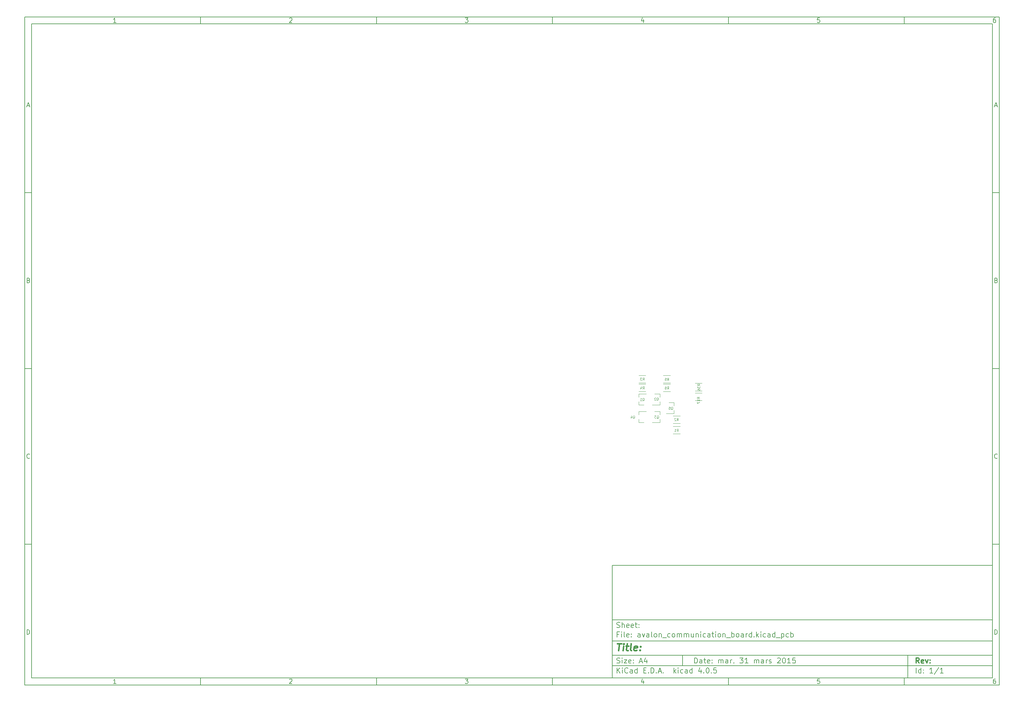
<source format=gbo>
G04 #@! TF.FileFunction,Legend,Bot*
%FSLAX46Y46*%
G04 Gerber Fmt 4.6, Leading zero omitted, Abs format (unit mm)*
G04 Created by KiCad (PCBNEW 4.0.5) date 03/17/18 11:36:00*
%MOMM*%
%LPD*%
G01*
G04 APERTURE LIST*
%ADD10C,0.100000*%
%ADD11C,0.150000*%
%ADD12C,0.300000*%
%ADD13C,0.400000*%
%ADD14C,0.120000*%
G04 APERTURE END LIST*
D10*
D11*
X177002200Y-166007200D02*
X177002200Y-198007200D01*
X285002200Y-198007200D01*
X285002200Y-166007200D01*
X177002200Y-166007200D01*
D10*
D11*
X10000000Y-10000000D02*
X10000000Y-200007200D01*
X287002200Y-200007200D01*
X287002200Y-10000000D01*
X10000000Y-10000000D01*
D10*
D11*
X12000000Y-12000000D02*
X12000000Y-198007200D01*
X285002200Y-198007200D01*
X285002200Y-12000000D01*
X12000000Y-12000000D01*
D10*
D11*
X60000000Y-12000000D02*
X60000000Y-10000000D01*
D10*
D11*
X110000000Y-12000000D02*
X110000000Y-10000000D01*
D10*
D11*
X160000000Y-12000000D02*
X160000000Y-10000000D01*
D10*
D11*
X210000000Y-12000000D02*
X210000000Y-10000000D01*
D10*
D11*
X260000000Y-12000000D02*
X260000000Y-10000000D01*
D10*
D11*
X35990476Y-11588095D02*
X35247619Y-11588095D01*
X35619048Y-11588095D02*
X35619048Y-10288095D01*
X35495238Y-10473810D01*
X35371429Y-10597619D01*
X35247619Y-10659524D01*
D10*
D11*
X85247619Y-10411905D02*
X85309524Y-10350000D01*
X85433333Y-10288095D01*
X85742857Y-10288095D01*
X85866667Y-10350000D01*
X85928571Y-10411905D01*
X85990476Y-10535714D01*
X85990476Y-10659524D01*
X85928571Y-10845238D01*
X85185714Y-11588095D01*
X85990476Y-11588095D01*
D10*
D11*
X135185714Y-10288095D02*
X135990476Y-10288095D01*
X135557143Y-10783333D01*
X135742857Y-10783333D01*
X135866667Y-10845238D01*
X135928571Y-10907143D01*
X135990476Y-11030952D01*
X135990476Y-11340476D01*
X135928571Y-11464286D01*
X135866667Y-11526190D01*
X135742857Y-11588095D01*
X135371429Y-11588095D01*
X135247619Y-11526190D01*
X135185714Y-11464286D01*
D10*
D11*
X185866667Y-10721429D02*
X185866667Y-11588095D01*
X185557143Y-10226190D02*
X185247619Y-11154762D01*
X186052381Y-11154762D01*
D10*
D11*
X235928571Y-10288095D02*
X235309524Y-10288095D01*
X235247619Y-10907143D01*
X235309524Y-10845238D01*
X235433333Y-10783333D01*
X235742857Y-10783333D01*
X235866667Y-10845238D01*
X235928571Y-10907143D01*
X235990476Y-11030952D01*
X235990476Y-11340476D01*
X235928571Y-11464286D01*
X235866667Y-11526190D01*
X235742857Y-11588095D01*
X235433333Y-11588095D01*
X235309524Y-11526190D01*
X235247619Y-11464286D01*
D10*
D11*
X285866667Y-10288095D02*
X285619048Y-10288095D01*
X285495238Y-10350000D01*
X285433333Y-10411905D01*
X285309524Y-10597619D01*
X285247619Y-10845238D01*
X285247619Y-11340476D01*
X285309524Y-11464286D01*
X285371429Y-11526190D01*
X285495238Y-11588095D01*
X285742857Y-11588095D01*
X285866667Y-11526190D01*
X285928571Y-11464286D01*
X285990476Y-11340476D01*
X285990476Y-11030952D01*
X285928571Y-10907143D01*
X285866667Y-10845238D01*
X285742857Y-10783333D01*
X285495238Y-10783333D01*
X285371429Y-10845238D01*
X285309524Y-10907143D01*
X285247619Y-11030952D01*
D10*
D11*
X60000000Y-198007200D02*
X60000000Y-200007200D01*
D10*
D11*
X110000000Y-198007200D02*
X110000000Y-200007200D01*
D10*
D11*
X160000000Y-198007200D02*
X160000000Y-200007200D01*
D10*
D11*
X210000000Y-198007200D02*
X210000000Y-200007200D01*
D10*
D11*
X260000000Y-198007200D02*
X260000000Y-200007200D01*
D10*
D11*
X35990476Y-199595295D02*
X35247619Y-199595295D01*
X35619048Y-199595295D02*
X35619048Y-198295295D01*
X35495238Y-198481010D01*
X35371429Y-198604819D01*
X35247619Y-198666724D01*
D10*
D11*
X85247619Y-198419105D02*
X85309524Y-198357200D01*
X85433333Y-198295295D01*
X85742857Y-198295295D01*
X85866667Y-198357200D01*
X85928571Y-198419105D01*
X85990476Y-198542914D01*
X85990476Y-198666724D01*
X85928571Y-198852438D01*
X85185714Y-199595295D01*
X85990476Y-199595295D01*
D10*
D11*
X135185714Y-198295295D02*
X135990476Y-198295295D01*
X135557143Y-198790533D01*
X135742857Y-198790533D01*
X135866667Y-198852438D01*
X135928571Y-198914343D01*
X135990476Y-199038152D01*
X135990476Y-199347676D01*
X135928571Y-199471486D01*
X135866667Y-199533390D01*
X135742857Y-199595295D01*
X135371429Y-199595295D01*
X135247619Y-199533390D01*
X135185714Y-199471486D01*
D10*
D11*
X185866667Y-198728629D02*
X185866667Y-199595295D01*
X185557143Y-198233390D02*
X185247619Y-199161962D01*
X186052381Y-199161962D01*
D10*
D11*
X235928571Y-198295295D02*
X235309524Y-198295295D01*
X235247619Y-198914343D01*
X235309524Y-198852438D01*
X235433333Y-198790533D01*
X235742857Y-198790533D01*
X235866667Y-198852438D01*
X235928571Y-198914343D01*
X235990476Y-199038152D01*
X235990476Y-199347676D01*
X235928571Y-199471486D01*
X235866667Y-199533390D01*
X235742857Y-199595295D01*
X235433333Y-199595295D01*
X235309524Y-199533390D01*
X235247619Y-199471486D01*
D10*
D11*
X285866667Y-198295295D02*
X285619048Y-198295295D01*
X285495238Y-198357200D01*
X285433333Y-198419105D01*
X285309524Y-198604819D01*
X285247619Y-198852438D01*
X285247619Y-199347676D01*
X285309524Y-199471486D01*
X285371429Y-199533390D01*
X285495238Y-199595295D01*
X285742857Y-199595295D01*
X285866667Y-199533390D01*
X285928571Y-199471486D01*
X285990476Y-199347676D01*
X285990476Y-199038152D01*
X285928571Y-198914343D01*
X285866667Y-198852438D01*
X285742857Y-198790533D01*
X285495238Y-198790533D01*
X285371429Y-198852438D01*
X285309524Y-198914343D01*
X285247619Y-199038152D01*
D10*
D11*
X10000000Y-60000000D02*
X12000000Y-60000000D01*
D10*
D11*
X10000000Y-110000000D02*
X12000000Y-110000000D01*
D10*
D11*
X10000000Y-160000000D02*
X12000000Y-160000000D01*
D10*
D11*
X10690476Y-35216667D02*
X11309524Y-35216667D01*
X10566667Y-35588095D02*
X11000000Y-34288095D01*
X11433333Y-35588095D01*
D10*
D11*
X11092857Y-84907143D02*
X11278571Y-84969048D01*
X11340476Y-85030952D01*
X11402381Y-85154762D01*
X11402381Y-85340476D01*
X11340476Y-85464286D01*
X11278571Y-85526190D01*
X11154762Y-85588095D01*
X10659524Y-85588095D01*
X10659524Y-84288095D01*
X11092857Y-84288095D01*
X11216667Y-84350000D01*
X11278571Y-84411905D01*
X11340476Y-84535714D01*
X11340476Y-84659524D01*
X11278571Y-84783333D01*
X11216667Y-84845238D01*
X11092857Y-84907143D01*
X10659524Y-84907143D01*
D10*
D11*
X11402381Y-135464286D02*
X11340476Y-135526190D01*
X11154762Y-135588095D01*
X11030952Y-135588095D01*
X10845238Y-135526190D01*
X10721429Y-135402381D01*
X10659524Y-135278571D01*
X10597619Y-135030952D01*
X10597619Y-134845238D01*
X10659524Y-134597619D01*
X10721429Y-134473810D01*
X10845238Y-134350000D01*
X11030952Y-134288095D01*
X11154762Y-134288095D01*
X11340476Y-134350000D01*
X11402381Y-134411905D01*
D10*
D11*
X10659524Y-185588095D02*
X10659524Y-184288095D01*
X10969048Y-184288095D01*
X11154762Y-184350000D01*
X11278571Y-184473810D01*
X11340476Y-184597619D01*
X11402381Y-184845238D01*
X11402381Y-185030952D01*
X11340476Y-185278571D01*
X11278571Y-185402381D01*
X11154762Y-185526190D01*
X10969048Y-185588095D01*
X10659524Y-185588095D01*
D10*
D11*
X287002200Y-60000000D02*
X285002200Y-60000000D01*
D10*
D11*
X287002200Y-110000000D02*
X285002200Y-110000000D01*
D10*
D11*
X287002200Y-160000000D02*
X285002200Y-160000000D01*
D10*
D11*
X285692676Y-35216667D02*
X286311724Y-35216667D01*
X285568867Y-35588095D02*
X286002200Y-34288095D01*
X286435533Y-35588095D01*
D10*
D11*
X286095057Y-84907143D02*
X286280771Y-84969048D01*
X286342676Y-85030952D01*
X286404581Y-85154762D01*
X286404581Y-85340476D01*
X286342676Y-85464286D01*
X286280771Y-85526190D01*
X286156962Y-85588095D01*
X285661724Y-85588095D01*
X285661724Y-84288095D01*
X286095057Y-84288095D01*
X286218867Y-84350000D01*
X286280771Y-84411905D01*
X286342676Y-84535714D01*
X286342676Y-84659524D01*
X286280771Y-84783333D01*
X286218867Y-84845238D01*
X286095057Y-84907143D01*
X285661724Y-84907143D01*
D10*
D11*
X286404581Y-135464286D02*
X286342676Y-135526190D01*
X286156962Y-135588095D01*
X286033152Y-135588095D01*
X285847438Y-135526190D01*
X285723629Y-135402381D01*
X285661724Y-135278571D01*
X285599819Y-135030952D01*
X285599819Y-134845238D01*
X285661724Y-134597619D01*
X285723629Y-134473810D01*
X285847438Y-134350000D01*
X286033152Y-134288095D01*
X286156962Y-134288095D01*
X286342676Y-134350000D01*
X286404581Y-134411905D01*
D10*
D11*
X285661724Y-185588095D02*
X285661724Y-184288095D01*
X285971248Y-184288095D01*
X286156962Y-184350000D01*
X286280771Y-184473810D01*
X286342676Y-184597619D01*
X286404581Y-184845238D01*
X286404581Y-185030952D01*
X286342676Y-185278571D01*
X286280771Y-185402381D01*
X286156962Y-185526190D01*
X285971248Y-185588095D01*
X285661724Y-185588095D01*
D10*
D11*
X200359343Y-193785771D02*
X200359343Y-192285771D01*
X200716486Y-192285771D01*
X200930771Y-192357200D01*
X201073629Y-192500057D01*
X201145057Y-192642914D01*
X201216486Y-192928629D01*
X201216486Y-193142914D01*
X201145057Y-193428629D01*
X201073629Y-193571486D01*
X200930771Y-193714343D01*
X200716486Y-193785771D01*
X200359343Y-193785771D01*
X202502200Y-193785771D02*
X202502200Y-193000057D01*
X202430771Y-192857200D01*
X202287914Y-192785771D01*
X202002200Y-192785771D01*
X201859343Y-192857200D01*
X202502200Y-193714343D02*
X202359343Y-193785771D01*
X202002200Y-193785771D01*
X201859343Y-193714343D01*
X201787914Y-193571486D01*
X201787914Y-193428629D01*
X201859343Y-193285771D01*
X202002200Y-193214343D01*
X202359343Y-193214343D01*
X202502200Y-193142914D01*
X203002200Y-192785771D02*
X203573629Y-192785771D01*
X203216486Y-192285771D02*
X203216486Y-193571486D01*
X203287914Y-193714343D01*
X203430772Y-193785771D01*
X203573629Y-193785771D01*
X204645057Y-193714343D02*
X204502200Y-193785771D01*
X204216486Y-193785771D01*
X204073629Y-193714343D01*
X204002200Y-193571486D01*
X204002200Y-193000057D01*
X204073629Y-192857200D01*
X204216486Y-192785771D01*
X204502200Y-192785771D01*
X204645057Y-192857200D01*
X204716486Y-193000057D01*
X204716486Y-193142914D01*
X204002200Y-193285771D01*
X205359343Y-193642914D02*
X205430771Y-193714343D01*
X205359343Y-193785771D01*
X205287914Y-193714343D01*
X205359343Y-193642914D01*
X205359343Y-193785771D01*
X205359343Y-192857200D02*
X205430771Y-192928629D01*
X205359343Y-193000057D01*
X205287914Y-192928629D01*
X205359343Y-192857200D01*
X205359343Y-193000057D01*
X207216486Y-193785771D02*
X207216486Y-192785771D01*
X207216486Y-192928629D02*
X207287914Y-192857200D01*
X207430772Y-192785771D01*
X207645057Y-192785771D01*
X207787914Y-192857200D01*
X207859343Y-193000057D01*
X207859343Y-193785771D01*
X207859343Y-193000057D02*
X207930772Y-192857200D01*
X208073629Y-192785771D01*
X208287914Y-192785771D01*
X208430772Y-192857200D01*
X208502200Y-193000057D01*
X208502200Y-193785771D01*
X209859343Y-193785771D02*
X209859343Y-193000057D01*
X209787914Y-192857200D01*
X209645057Y-192785771D01*
X209359343Y-192785771D01*
X209216486Y-192857200D01*
X209859343Y-193714343D02*
X209716486Y-193785771D01*
X209359343Y-193785771D01*
X209216486Y-193714343D01*
X209145057Y-193571486D01*
X209145057Y-193428629D01*
X209216486Y-193285771D01*
X209359343Y-193214343D01*
X209716486Y-193214343D01*
X209859343Y-193142914D01*
X210573629Y-193785771D02*
X210573629Y-192785771D01*
X210573629Y-193071486D02*
X210645057Y-192928629D01*
X210716486Y-192857200D01*
X210859343Y-192785771D01*
X211002200Y-192785771D01*
X211502200Y-193642914D02*
X211573628Y-193714343D01*
X211502200Y-193785771D01*
X211430771Y-193714343D01*
X211502200Y-193642914D01*
X211502200Y-193785771D01*
X213216486Y-192285771D02*
X214145057Y-192285771D01*
X213645057Y-192857200D01*
X213859343Y-192857200D01*
X214002200Y-192928629D01*
X214073629Y-193000057D01*
X214145057Y-193142914D01*
X214145057Y-193500057D01*
X214073629Y-193642914D01*
X214002200Y-193714343D01*
X213859343Y-193785771D01*
X213430771Y-193785771D01*
X213287914Y-193714343D01*
X213216486Y-193642914D01*
X215573628Y-193785771D02*
X214716485Y-193785771D01*
X215145057Y-193785771D02*
X215145057Y-192285771D01*
X215002200Y-192500057D01*
X214859342Y-192642914D01*
X214716485Y-192714343D01*
X217359342Y-193785771D02*
X217359342Y-192785771D01*
X217359342Y-192928629D02*
X217430770Y-192857200D01*
X217573628Y-192785771D01*
X217787913Y-192785771D01*
X217930770Y-192857200D01*
X218002199Y-193000057D01*
X218002199Y-193785771D01*
X218002199Y-193000057D02*
X218073628Y-192857200D01*
X218216485Y-192785771D01*
X218430770Y-192785771D01*
X218573628Y-192857200D01*
X218645056Y-193000057D01*
X218645056Y-193785771D01*
X220002199Y-193785771D02*
X220002199Y-193000057D01*
X219930770Y-192857200D01*
X219787913Y-192785771D01*
X219502199Y-192785771D01*
X219359342Y-192857200D01*
X220002199Y-193714343D02*
X219859342Y-193785771D01*
X219502199Y-193785771D01*
X219359342Y-193714343D01*
X219287913Y-193571486D01*
X219287913Y-193428629D01*
X219359342Y-193285771D01*
X219502199Y-193214343D01*
X219859342Y-193214343D01*
X220002199Y-193142914D01*
X220716485Y-193785771D02*
X220716485Y-192785771D01*
X220716485Y-193071486D02*
X220787913Y-192928629D01*
X220859342Y-192857200D01*
X221002199Y-192785771D01*
X221145056Y-192785771D01*
X221573627Y-193714343D02*
X221716484Y-193785771D01*
X222002199Y-193785771D01*
X222145056Y-193714343D01*
X222216484Y-193571486D01*
X222216484Y-193500057D01*
X222145056Y-193357200D01*
X222002199Y-193285771D01*
X221787913Y-193285771D01*
X221645056Y-193214343D01*
X221573627Y-193071486D01*
X221573627Y-193000057D01*
X221645056Y-192857200D01*
X221787913Y-192785771D01*
X222002199Y-192785771D01*
X222145056Y-192857200D01*
X223930770Y-192428629D02*
X224002199Y-192357200D01*
X224145056Y-192285771D01*
X224502199Y-192285771D01*
X224645056Y-192357200D01*
X224716485Y-192428629D01*
X224787913Y-192571486D01*
X224787913Y-192714343D01*
X224716485Y-192928629D01*
X223859342Y-193785771D01*
X224787913Y-193785771D01*
X225716484Y-192285771D02*
X225859341Y-192285771D01*
X226002198Y-192357200D01*
X226073627Y-192428629D01*
X226145056Y-192571486D01*
X226216484Y-192857200D01*
X226216484Y-193214343D01*
X226145056Y-193500057D01*
X226073627Y-193642914D01*
X226002198Y-193714343D01*
X225859341Y-193785771D01*
X225716484Y-193785771D01*
X225573627Y-193714343D01*
X225502198Y-193642914D01*
X225430770Y-193500057D01*
X225359341Y-193214343D01*
X225359341Y-192857200D01*
X225430770Y-192571486D01*
X225502198Y-192428629D01*
X225573627Y-192357200D01*
X225716484Y-192285771D01*
X227645055Y-193785771D02*
X226787912Y-193785771D01*
X227216484Y-193785771D02*
X227216484Y-192285771D01*
X227073627Y-192500057D01*
X226930769Y-192642914D01*
X226787912Y-192714343D01*
X229002198Y-192285771D02*
X228287912Y-192285771D01*
X228216483Y-193000057D01*
X228287912Y-192928629D01*
X228430769Y-192857200D01*
X228787912Y-192857200D01*
X228930769Y-192928629D01*
X229002198Y-193000057D01*
X229073626Y-193142914D01*
X229073626Y-193500057D01*
X229002198Y-193642914D01*
X228930769Y-193714343D01*
X228787912Y-193785771D01*
X228430769Y-193785771D01*
X228287912Y-193714343D01*
X228216483Y-193642914D01*
D10*
D11*
X177002200Y-194507200D02*
X285002200Y-194507200D01*
D10*
D11*
X178359343Y-196585771D02*
X178359343Y-195085771D01*
X179216486Y-196585771D02*
X178573629Y-195728629D01*
X179216486Y-195085771D02*
X178359343Y-195942914D01*
X179859343Y-196585771D02*
X179859343Y-195585771D01*
X179859343Y-195085771D02*
X179787914Y-195157200D01*
X179859343Y-195228629D01*
X179930771Y-195157200D01*
X179859343Y-195085771D01*
X179859343Y-195228629D01*
X181430772Y-196442914D02*
X181359343Y-196514343D01*
X181145057Y-196585771D01*
X181002200Y-196585771D01*
X180787915Y-196514343D01*
X180645057Y-196371486D01*
X180573629Y-196228629D01*
X180502200Y-195942914D01*
X180502200Y-195728629D01*
X180573629Y-195442914D01*
X180645057Y-195300057D01*
X180787915Y-195157200D01*
X181002200Y-195085771D01*
X181145057Y-195085771D01*
X181359343Y-195157200D01*
X181430772Y-195228629D01*
X182716486Y-196585771D02*
X182716486Y-195800057D01*
X182645057Y-195657200D01*
X182502200Y-195585771D01*
X182216486Y-195585771D01*
X182073629Y-195657200D01*
X182716486Y-196514343D02*
X182573629Y-196585771D01*
X182216486Y-196585771D01*
X182073629Y-196514343D01*
X182002200Y-196371486D01*
X182002200Y-196228629D01*
X182073629Y-196085771D01*
X182216486Y-196014343D01*
X182573629Y-196014343D01*
X182716486Y-195942914D01*
X184073629Y-196585771D02*
X184073629Y-195085771D01*
X184073629Y-196514343D02*
X183930772Y-196585771D01*
X183645058Y-196585771D01*
X183502200Y-196514343D01*
X183430772Y-196442914D01*
X183359343Y-196300057D01*
X183359343Y-195871486D01*
X183430772Y-195728629D01*
X183502200Y-195657200D01*
X183645058Y-195585771D01*
X183930772Y-195585771D01*
X184073629Y-195657200D01*
X185930772Y-195800057D02*
X186430772Y-195800057D01*
X186645058Y-196585771D02*
X185930772Y-196585771D01*
X185930772Y-195085771D01*
X186645058Y-195085771D01*
X187287915Y-196442914D02*
X187359343Y-196514343D01*
X187287915Y-196585771D01*
X187216486Y-196514343D01*
X187287915Y-196442914D01*
X187287915Y-196585771D01*
X188002201Y-196585771D02*
X188002201Y-195085771D01*
X188359344Y-195085771D01*
X188573629Y-195157200D01*
X188716487Y-195300057D01*
X188787915Y-195442914D01*
X188859344Y-195728629D01*
X188859344Y-195942914D01*
X188787915Y-196228629D01*
X188716487Y-196371486D01*
X188573629Y-196514343D01*
X188359344Y-196585771D01*
X188002201Y-196585771D01*
X189502201Y-196442914D02*
X189573629Y-196514343D01*
X189502201Y-196585771D01*
X189430772Y-196514343D01*
X189502201Y-196442914D01*
X189502201Y-196585771D01*
X190145058Y-196157200D02*
X190859344Y-196157200D01*
X190002201Y-196585771D02*
X190502201Y-195085771D01*
X191002201Y-196585771D01*
X191502201Y-196442914D02*
X191573629Y-196514343D01*
X191502201Y-196585771D01*
X191430772Y-196514343D01*
X191502201Y-196442914D01*
X191502201Y-196585771D01*
X194502201Y-196585771D02*
X194502201Y-195085771D01*
X194645058Y-196014343D02*
X195073629Y-196585771D01*
X195073629Y-195585771D02*
X194502201Y-196157200D01*
X195716487Y-196585771D02*
X195716487Y-195585771D01*
X195716487Y-195085771D02*
X195645058Y-195157200D01*
X195716487Y-195228629D01*
X195787915Y-195157200D01*
X195716487Y-195085771D01*
X195716487Y-195228629D01*
X197073630Y-196514343D02*
X196930773Y-196585771D01*
X196645059Y-196585771D01*
X196502201Y-196514343D01*
X196430773Y-196442914D01*
X196359344Y-196300057D01*
X196359344Y-195871486D01*
X196430773Y-195728629D01*
X196502201Y-195657200D01*
X196645059Y-195585771D01*
X196930773Y-195585771D01*
X197073630Y-195657200D01*
X198359344Y-196585771D02*
X198359344Y-195800057D01*
X198287915Y-195657200D01*
X198145058Y-195585771D01*
X197859344Y-195585771D01*
X197716487Y-195657200D01*
X198359344Y-196514343D02*
X198216487Y-196585771D01*
X197859344Y-196585771D01*
X197716487Y-196514343D01*
X197645058Y-196371486D01*
X197645058Y-196228629D01*
X197716487Y-196085771D01*
X197859344Y-196014343D01*
X198216487Y-196014343D01*
X198359344Y-195942914D01*
X199716487Y-196585771D02*
X199716487Y-195085771D01*
X199716487Y-196514343D02*
X199573630Y-196585771D01*
X199287916Y-196585771D01*
X199145058Y-196514343D01*
X199073630Y-196442914D01*
X199002201Y-196300057D01*
X199002201Y-195871486D01*
X199073630Y-195728629D01*
X199145058Y-195657200D01*
X199287916Y-195585771D01*
X199573630Y-195585771D01*
X199716487Y-195657200D01*
X202216487Y-195585771D02*
X202216487Y-196585771D01*
X201859344Y-195014343D02*
X201502201Y-196085771D01*
X202430773Y-196085771D01*
X203002201Y-196442914D02*
X203073629Y-196514343D01*
X203002201Y-196585771D01*
X202930772Y-196514343D01*
X203002201Y-196442914D01*
X203002201Y-196585771D01*
X204002201Y-195085771D02*
X204145058Y-195085771D01*
X204287915Y-195157200D01*
X204359344Y-195228629D01*
X204430773Y-195371486D01*
X204502201Y-195657200D01*
X204502201Y-196014343D01*
X204430773Y-196300057D01*
X204359344Y-196442914D01*
X204287915Y-196514343D01*
X204145058Y-196585771D01*
X204002201Y-196585771D01*
X203859344Y-196514343D01*
X203787915Y-196442914D01*
X203716487Y-196300057D01*
X203645058Y-196014343D01*
X203645058Y-195657200D01*
X203716487Y-195371486D01*
X203787915Y-195228629D01*
X203859344Y-195157200D01*
X204002201Y-195085771D01*
X205145058Y-196442914D02*
X205216486Y-196514343D01*
X205145058Y-196585771D01*
X205073629Y-196514343D01*
X205145058Y-196442914D01*
X205145058Y-196585771D01*
X206573630Y-195085771D02*
X205859344Y-195085771D01*
X205787915Y-195800057D01*
X205859344Y-195728629D01*
X206002201Y-195657200D01*
X206359344Y-195657200D01*
X206502201Y-195728629D01*
X206573630Y-195800057D01*
X206645058Y-195942914D01*
X206645058Y-196300057D01*
X206573630Y-196442914D01*
X206502201Y-196514343D01*
X206359344Y-196585771D01*
X206002201Y-196585771D01*
X205859344Y-196514343D01*
X205787915Y-196442914D01*
D10*
D11*
X177002200Y-191507200D02*
X285002200Y-191507200D01*
D10*
D12*
X264216486Y-193785771D02*
X263716486Y-193071486D01*
X263359343Y-193785771D02*
X263359343Y-192285771D01*
X263930771Y-192285771D01*
X264073629Y-192357200D01*
X264145057Y-192428629D01*
X264216486Y-192571486D01*
X264216486Y-192785771D01*
X264145057Y-192928629D01*
X264073629Y-193000057D01*
X263930771Y-193071486D01*
X263359343Y-193071486D01*
X265430771Y-193714343D02*
X265287914Y-193785771D01*
X265002200Y-193785771D01*
X264859343Y-193714343D01*
X264787914Y-193571486D01*
X264787914Y-193000057D01*
X264859343Y-192857200D01*
X265002200Y-192785771D01*
X265287914Y-192785771D01*
X265430771Y-192857200D01*
X265502200Y-193000057D01*
X265502200Y-193142914D01*
X264787914Y-193285771D01*
X266002200Y-192785771D02*
X266359343Y-193785771D01*
X266716485Y-192785771D01*
X267287914Y-193642914D02*
X267359342Y-193714343D01*
X267287914Y-193785771D01*
X267216485Y-193714343D01*
X267287914Y-193642914D01*
X267287914Y-193785771D01*
X267287914Y-192857200D02*
X267359342Y-192928629D01*
X267287914Y-193000057D01*
X267216485Y-192928629D01*
X267287914Y-192857200D01*
X267287914Y-193000057D01*
D10*
D11*
X178287914Y-193714343D02*
X178502200Y-193785771D01*
X178859343Y-193785771D01*
X179002200Y-193714343D01*
X179073629Y-193642914D01*
X179145057Y-193500057D01*
X179145057Y-193357200D01*
X179073629Y-193214343D01*
X179002200Y-193142914D01*
X178859343Y-193071486D01*
X178573629Y-193000057D01*
X178430771Y-192928629D01*
X178359343Y-192857200D01*
X178287914Y-192714343D01*
X178287914Y-192571486D01*
X178359343Y-192428629D01*
X178430771Y-192357200D01*
X178573629Y-192285771D01*
X178930771Y-192285771D01*
X179145057Y-192357200D01*
X179787914Y-193785771D02*
X179787914Y-192785771D01*
X179787914Y-192285771D02*
X179716485Y-192357200D01*
X179787914Y-192428629D01*
X179859342Y-192357200D01*
X179787914Y-192285771D01*
X179787914Y-192428629D01*
X180359343Y-192785771D02*
X181145057Y-192785771D01*
X180359343Y-193785771D01*
X181145057Y-193785771D01*
X182287914Y-193714343D02*
X182145057Y-193785771D01*
X181859343Y-193785771D01*
X181716486Y-193714343D01*
X181645057Y-193571486D01*
X181645057Y-193000057D01*
X181716486Y-192857200D01*
X181859343Y-192785771D01*
X182145057Y-192785771D01*
X182287914Y-192857200D01*
X182359343Y-193000057D01*
X182359343Y-193142914D01*
X181645057Y-193285771D01*
X183002200Y-193642914D02*
X183073628Y-193714343D01*
X183002200Y-193785771D01*
X182930771Y-193714343D01*
X183002200Y-193642914D01*
X183002200Y-193785771D01*
X183002200Y-192857200D02*
X183073628Y-192928629D01*
X183002200Y-193000057D01*
X182930771Y-192928629D01*
X183002200Y-192857200D01*
X183002200Y-193000057D01*
X184787914Y-193357200D02*
X185502200Y-193357200D01*
X184645057Y-193785771D02*
X185145057Y-192285771D01*
X185645057Y-193785771D01*
X186787914Y-192785771D02*
X186787914Y-193785771D01*
X186430771Y-192214343D02*
X186073628Y-193285771D01*
X187002200Y-193285771D01*
D10*
D11*
X263359343Y-196585771D02*
X263359343Y-195085771D01*
X264716486Y-196585771D02*
X264716486Y-195085771D01*
X264716486Y-196514343D02*
X264573629Y-196585771D01*
X264287915Y-196585771D01*
X264145057Y-196514343D01*
X264073629Y-196442914D01*
X264002200Y-196300057D01*
X264002200Y-195871486D01*
X264073629Y-195728629D01*
X264145057Y-195657200D01*
X264287915Y-195585771D01*
X264573629Y-195585771D01*
X264716486Y-195657200D01*
X265430772Y-196442914D02*
X265502200Y-196514343D01*
X265430772Y-196585771D01*
X265359343Y-196514343D01*
X265430772Y-196442914D01*
X265430772Y-196585771D01*
X265430772Y-195657200D02*
X265502200Y-195728629D01*
X265430772Y-195800057D01*
X265359343Y-195728629D01*
X265430772Y-195657200D01*
X265430772Y-195800057D01*
X268073629Y-196585771D02*
X267216486Y-196585771D01*
X267645058Y-196585771D02*
X267645058Y-195085771D01*
X267502201Y-195300057D01*
X267359343Y-195442914D01*
X267216486Y-195514343D01*
X269787914Y-195014343D02*
X268502200Y-196942914D01*
X271073629Y-196585771D02*
X270216486Y-196585771D01*
X270645058Y-196585771D02*
X270645058Y-195085771D01*
X270502201Y-195300057D01*
X270359343Y-195442914D01*
X270216486Y-195514343D01*
D10*
D11*
X177002200Y-187507200D02*
X285002200Y-187507200D01*
D10*
D13*
X178454581Y-188211962D02*
X179597438Y-188211962D01*
X178776010Y-190211962D02*
X179026010Y-188211962D01*
X180014105Y-190211962D02*
X180180771Y-188878629D01*
X180264105Y-188211962D02*
X180156962Y-188307200D01*
X180240295Y-188402438D01*
X180347439Y-188307200D01*
X180264105Y-188211962D01*
X180240295Y-188402438D01*
X180847438Y-188878629D02*
X181609343Y-188878629D01*
X181216486Y-188211962D02*
X181002200Y-189926248D01*
X181073630Y-190116724D01*
X181252201Y-190211962D01*
X181442677Y-190211962D01*
X182395058Y-190211962D02*
X182216487Y-190116724D01*
X182145057Y-189926248D01*
X182359343Y-188211962D01*
X183930772Y-190116724D02*
X183728391Y-190211962D01*
X183347439Y-190211962D01*
X183168867Y-190116724D01*
X183097438Y-189926248D01*
X183192676Y-189164343D01*
X183311724Y-188973867D01*
X183514105Y-188878629D01*
X183895057Y-188878629D01*
X184073629Y-188973867D01*
X184145057Y-189164343D01*
X184121248Y-189354819D01*
X183145057Y-189545295D01*
X184895057Y-190021486D02*
X184978392Y-190116724D01*
X184871248Y-190211962D01*
X184787915Y-190116724D01*
X184895057Y-190021486D01*
X184871248Y-190211962D01*
X185026010Y-188973867D02*
X185109344Y-189069105D01*
X185002200Y-189164343D01*
X184918867Y-189069105D01*
X185026010Y-188973867D01*
X185002200Y-189164343D01*
D10*
D11*
X178859343Y-185600057D02*
X178359343Y-185600057D01*
X178359343Y-186385771D02*
X178359343Y-184885771D01*
X179073629Y-184885771D01*
X179645057Y-186385771D02*
X179645057Y-185385771D01*
X179645057Y-184885771D02*
X179573628Y-184957200D01*
X179645057Y-185028629D01*
X179716485Y-184957200D01*
X179645057Y-184885771D01*
X179645057Y-185028629D01*
X180573629Y-186385771D02*
X180430771Y-186314343D01*
X180359343Y-186171486D01*
X180359343Y-184885771D01*
X181716485Y-186314343D02*
X181573628Y-186385771D01*
X181287914Y-186385771D01*
X181145057Y-186314343D01*
X181073628Y-186171486D01*
X181073628Y-185600057D01*
X181145057Y-185457200D01*
X181287914Y-185385771D01*
X181573628Y-185385771D01*
X181716485Y-185457200D01*
X181787914Y-185600057D01*
X181787914Y-185742914D01*
X181073628Y-185885771D01*
X182430771Y-186242914D02*
X182502199Y-186314343D01*
X182430771Y-186385771D01*
X182359342Y-186314343D01*
X182430771Y-186242914D01*
X182430771Y-186385771D01*
X182430771Y-185457200D02*
X182502199Y-185528629D01*
X182430771Y-185600057D01*
X182359342Y-185528629D01*
X182430771Y-185457200D01*
X182430771Y-185600057D01*
X184930771Y-186385771D02*
X184930771Y-185600057D01*
X184859342Y-185457200D01*
X184716485Y-185385771D01*
X184430771Y-185385771D01*
X184287914Y-185457200D01*
X184930771Y-186314343D02*
X184787914Y-186385771D01*
X184430771Y-186385771D01*
X184287914Y-186314343D01*
X184216485Y-186171486D01*
X184216485Y-186028629D01*
X184287914Y-185885771D01*
X184430771Y-185814343D01*
X184787914Y-185814343D01*
X184930771Y-185742914D01*
X185502200Y-185385771D02*
X185859343Y-186385771D01*
X186216485Y-185385771D01*
X187430771Y-186385771D02*
X187430771Y-185600057D01*
X187359342Y-185457200D01*
X187216485Y-185385771D01*
X186930771Y-185385771D01*
X186787914Y-185457200D01*
X187430771Y-186314343D02*
X187287914Y-186385771D01*
X186930771Y-186385771D01*
X186787914Y-186314343D01*
X186716485Y-186171486D01*
X186716485Y-186028629D01*
X186787914Y-185885771D01*
X186930771Y-185814343D01*
X187287914Y-185814343D01*
X187430771Y-185742914D01*
X188359343Y-186385771D02*
X188216485Y-186314343D01*
X188145057Y-186171486D01*
X188145057Y-184885771D01*
X189145057Y-186385771D02*
X189002199Y-186314343D01*
X188930771Y-186242914D01*
X188859342Y-186100057D01*
X188859342Y-185671486D01*
X188930771Y-185528629D01*
X189002199Y-185457200D01*
X189145057Y-185385771D01*
X189359342Y-185385771D01*
X189502199Y-185457200D01*
X189573628Y-185528629D01*
X189645057Y-185671486D01*
X189645057Y-186100057D01*
X189573628Y-186242914D01*
X189502199Y-186314343D01*
X189359342Y-186385771D01*
X189145057Y-186385771D01*
X190287914Y-185385771D02*
X190287914Y-186385771D01*
X190287914Y-185528629D02*
X190359342Y-185457200D01*
X190502200Y-185385771D01*
X190716485Y-185385771D01*
X190859342Y-185457200D01*
X190930771Y-185600057D01*
X190930771Y-186385771D01*
X191287914Y-186528629D02*
X192430771Y-186528629D01*
X193430771Y-186314343D02*
X193287914Y-186385771D01*
X193002200Y-186385771D01*
X192859342Y-186314343D01*
X192787914Y-186242914D01*
X192716485Y-186100057D01*
X192716485Y-185671486D01*
X192787914Y-185528629D01*
X192859342Y-185457200D01*
X193002200Y-185385771D01*
X193287914Y-185385771D01*
X193430771Y-185457200D01*
X194287914Y-186385771D02*
X194145056Y-186314343D01*
X194073628Y-186242914D01*
X194002199Y-186100057D01*
X194002199Y-185671486D01*
X194073628Y-185528629D01*
X194145056Y-185457200D01*
X194287914Y-185385771D01*
X194502199Y-185385771D01*
X194645056Y-185457200D01*
X194716485Y-185528629D01*
X194787914Y-185671486D01*
X194787914Y-186100057D01*
X194716485Y-186242914D01*
X194645056Y-186314343D01*
X194502199Y-186385771D01*
X194287914Y-186385771D01*
X195430771Y-186385771D02*
X195430771Y-185385771D01*
X195430771Y-185528629D02*
X195502199Y-185457200D01*
X195645057Y-185385771D01*
X195859342Y-185385771D01*
X196002199Y-185457200D01*
X196073628Y-185600057D01*
X196073628Y-186385771D01*
X196073628Y-185600057D02*
X196145057Y-185457200D01*
X196287914Y-185385771D01*
X196502199Y-185385771D01*
X196645057Y-185457200D01*
X196716485Y-185600057D01*
X196716485Y-186385771D01*
X197430771Y-186385771D02*
X197430771Y-185385771D01*
X197430771Y-185528629D02*
X197502199Y-185457200D01*
X197645057Y-185385771D01*
X197859342Y-185385771D01*
X198002199Y-185457200D01*
X198073628Y-185600057D01*
X198073628Y-186385771D01*
X198073628Y-185600057D02*
X198145057Y-185457200D01*
X198287914Y-185385771D01*
X198502199Y-185385771D01*
X198645057Y-185457200D01*
X198716485Y-185600057D01*
X198716485Y-186385771D01*
X200073628Y-185385771D02*
X200073628Y-186385771D01*
X199430771Y-185385771D02*
X199430771Y-186171486D01*
X199502199Y-186314343D01*
X199645057Y-186385771D01*
X199859342Y-186385771D01*
X200002199Y-186314343D01*
X200073628Y-186242914D01*
X200787914Y-185385771D02*
X200787914Y-186385771D01*
X200787914Y-185528629D02*
X200859342Y-185457200D01*
X201002200Y-185385771D01*
X201216485Y-185385771D01*
X201359342Y-185457200D01*
X201430771Y-185600057D01*
X201430771Y-186385771D01*
X202145057Y-186385771D02*
X202145057Y-185385771D01*
X202145057Y-184885771D02*
X202073628Y-184957200D01*
X202145057Y-185028629D01*
X202216485Y-184957200D01*
X202145057Y-184885771D01*
X202145057Y-185028629D01*
X203502200Y-186314343D02*
X203359343Y-186385771D01*
X203073629Y-186385771D01*
X202930771Y-186314343D01*
X202859343Y-186242914D01*
X202787914Y-186100057D01*
X202787914Y-185671486D01*
X202859343Y-185528629D01*
X202930771Y-185457200D01*
X203073629Y-185385771D01*
X203359343Y-185385771D01*
X203502200Y-185457200D01*
X204787914Y-186385771D02*
X204787914Y-185600057D01*
X204716485Y-185457200D01*
X204573628Y-185385771D01*
X204287914Y-185385771D01*
X204145057Y-185457200D01*
X204787914Y-186314343D02*
X204645057Y-186385771D01*
X204287914Y-186385771D01*
X204145057Y-186314343D01*
X204073628Y-186171486D01*
X204073628Y-186028629D01*
X204145057Y-185885771D01*
X204287914Y-185814343D01*
X204645057Y-185814343D01*
X204787914Y-185742914D01*
X205287914Y-185385771D02*
X205859343Y-185385771D01*
X205502200Y-184885771D02*
X205502200Y-186171486D01*
X205573628Y-186314343D01*
X205716486Y-186385771D01*
X205859343Y-186385771D01*
X206359343Y-186385771D02*
X206359343Y-185385771D01*
X206359343Y-184885771D02*
X206287914Y-184957200D01*
X206359343Y-185028629D01*
X206430771Y-184957200D01*
X206359343Y-184885771D01*
X206359343Y-185028629D01*
X207287915Y-186385771D02*
X207145057Y-186314343D01*
X207073629Y-186242914D01*
X207002200Y-186100057D01*
X207002200Y-185671486D01*
X207073629Y-185528629D01*
X207145057Y-185457200D01*
X207287915Y-185385771D01*
X207502200Y-185385771D01*
X207645057Y-185457200D01*
X207716486Y-185528629D01*
X207787915Y-185671486D01*
X207787915Y-186100057D01*
X207716486Y-186242914D01*
X207645057Y-186314343D01*
X207502200Y-186385771D01*
X207287915Y-186385771D01*
X208430772Y-185385771D02*
X208430772Y-186385771D01*
X208430772Y-185528629D02*
X208502200Y-185457200D01*
X208645058Y-185385771D01*
X208859343Y-185385771D01*
X209002200Y-185457200D01*
X209073629Y-185600057D01*
X209073629Y-186385771D01*
X209430772Y-186528629D02*
X210573629Y-186528629D01*
X210930772Y-186385771D02*
X210930772Y-184885771D01*
X210930772Y-185457200D02*
X211073629Y-185385771D01*
X211359343Y-185385771D01*
X211502200Y-185457200D01*
X211573629Y-185528629D01*
X211645058Y-185671486D01*
X211645058Y-186100057D01*
X211573629Y-186242914D01*
X211502200Y-186314343D01*
X211359343Y-186385771D01*
X211073629Y-186385771D01*
X210930772Y-186314343D01*
X212502201Y-186385771D02*
X212359343Y-186314343D01*
X212287915Y-186242914D01*
X212216486Y-186100057D01*
X212216486Y-185671486D01*
X212287915Y-185528629D01*
X212359343Y-185457200D01*
X212502201Y-185385771D01*
X212716486Y-185385771D01*
X212859343Y-185457200D01*
X212930772Y-185528629D01*
X213002201Y-185671486D01*
X213002201Y-186100057D01*
X212930772Y-186242914D01*
X212859343Y-186314343D01*
X212716486Y-186385771D01*
X212502201Y-186385771D01*
X214287915Y-186385771D02*
X214287915Y-185600057D01*
X214216486Y-185457200D01*
X214073629Y-185385771D01*
X213787915Y-185385771D01*
X213645058Y-185457200D01*
X214287915Y-186314343D02*
X214145058Y-186385771D01*
X213787915Y-186385771D01*
X213645058Y-186314343D01*
X213573629Y-186171486D01*
X213573629Y-186028629D01*
X213645058Y-185885771D01*
X213787915Y-185814343D01*
X214145058Y-185814343D01*
X214287915Y-185742914D01*
X215002201Y-186385771D02*
X215002201Y-185385771D01*
X215002201Y-185671486D02*
X215073629Y-185528629D01*
X215145058Y-185457200D01*
X215287915Y-185385771D01*
X215430772Y-185385771D01*
X216573629Y-186385771D02*
X216573629Y-184885771D01*
X216573629Y-186314343D02*
X216430772Y-186385771D01*
X216145058Y-186385771D01*
X216002200Y-186314343D01*
X215930772Y-186242914D01*
X215859343Y-186100057D01*
X215859343Y-185671486D01*
X215930772Y-185528629D01*
X216002200Y-185457200D01*
X216145058Y-185385771D01*
X216430772Y-185385771D01*
X216573629Y-185457200D01*
X217287915Y-186242914D02*
X217359343Y-186314343D01*
X217287915Y-186385771D01*
X217216486Y-186314343D01*
X217287915Y-186242914D01*
X217287915Y-186385771D01*
X218002201Y-186385771D02*
X218002201Y-184885771D01*
X218145058Y-185814343D02*
X218573629Y-186385771D01*
X218573629Y-185385771D02*
X218002201Y-185957200D01*
X219216487Y-186385771D02*
X219216487Y-185385771D01*
X219216487Y-184885771D02*
X219145058Y-184957200D01*
X219216487Y-185028629D01*
X219287915Y-184957200D01*
X219216487Y-184885771D01*
X219216487Y-185028629D01*
X220573630Y-186314343D02*
X220430773Y-186385771D01*
X220145059Y-186385771D01*
X220002201Y-186314343D01*
X219930773Y-186242914D01*
X219859344Y-186100057D01*
X219859344Y-185671486D01*
X219930773Y-185528629D01*
X220002201Y-185457200D01*
X220145059Y-185385771D01*
X220430773Y-185385771D01*
X220573630Y-185457200D01*
X221859344Y-186385771D02*
X221859344Y-185600057D01*
X221787915Y-185457200D01*
X221645058Y-185385771D01*
X221359344Y-185385771D01*
X221216487Y-185457200D01*
X221859344Y-186314343D02*
X221716487Y-186385771D01*
X221359344Y-186385771D01*
X221216487Y-186314343D01*
X221145058Y-186171486D01*
X221145058Y-186028629D01*
X221216487Y-185885771D01*
X221359344Y-185814343D01*
X221716487Y-185814343D01*
X221859344Y-185742914D01*
X223216487Y-186385771D02*
X223216487Y-184885771D01*
X223216487Y-186314343D02*
X223073630Y-186385771D01*
X222787916Y-186385771D01*
X222645058Y-186314343D01*
X222573630Y-186242914D01*
X222502201Y-186100057D01*
X222502201Y-185671486D01*
X222573630Y-185528629D01*
X222645058Y-185457200D01*
X222787916Y-185385771D01*
X223073630Y-185385771D01*
X223216487Y-185457200D01*
X223573630Y-186528629D02*
X224716487Y-186528629D01*
X225073630Y-185385771D02*
X225073630Y-186885771D01*
X225073630Y-185457200D02*
X225216487Y-185385771D01*
X225502201Y-185385771D01*
X225645058Y-185457200D01*
X225716487Y-185528629D01*
X225787916Y-185671486D01*
X225787916Y-186100057D01*
X225716487Y-186242914D01*
X225645058Y-186314343D01*
X225502201Y-186385771D01*
X225216487Y-186385771D01*
X225073630Y-186314343D01*
X227073630Y-186314343D02*
X226930773Y-186385771D01*
X226645059Y-186385771D01*
X226502201Y-186314343D01*
X226430773Y-186242914D01*
X226359344Y-186100057D01*
X226359344Y-185671486D01*
X226430773Y-185528629D01*
X226502201Y-185457200D01*
X226645059Y-185385771D01*
X226930773Y-185385771D01*
X227073630Y-185457200D01*
X227716487Y-186385771D02*
X227716487Y-184885771D01*
X227716487Y-185457200D02*
X227859344Y-185385771D01*
X228145058Y-185385771D01*
X228287915Y-185457200D01*
X228359344Y-185528629D01*
X228430773Y-185671486D01*
X228430773Y-186100057D01*
X228359344Y-186242914D01*
X228287915Y-186314343D01*
X228145058Y-186385771D01*
X227859344Y-186385771D01*
X227716487Y-186314343D01*
D10*
D11*
X177002200Y-181507200D02*
X285002200Y-181507200D01*
D10*
D11*
X178287914Y-183614343D02*
X178502200Y-183685771D01*
X178859343Y-183685771D01*
X179002200Y-183614343D01*
X179073629Y-183542914D01*
X179145057Y-183400057D01*
X179145057Y-183257200D01*
X179073629Y-183114343D01*
X179002200Y-183042914D01*
X178859343Y-182971486D01*
X178573629Y-182900057D01*
X178430771Y-182828629D01*
X178359343Y-182757200D01*
X178287914Y-182614343D01*
X178287914Y-182471486D01*
X178359343Y-182328629D01*
X178430771Y-182257200D01*
X178573629Y-182185771D01*
X178930771Y-182185771D01*
X179145057Y-182257200D01*
X179787914Y-183685771D02*
X179787914Y-182185771D01*
X180430771Y-183685771D02*
X180430771Y-182900057D01*
X180359342Y-182757200D01*
X180216485Y-182685771D01*
X180002200Y-182685771D01*
X179859342Y-182757200D01*
X179787914Y-182828629D01*
X181716485Y-183614343D02*
X181573628Y-183685771D01*
X181287914Y-183685771D01*
X181145057Y-183614343D01*
X181073628Y-183471486D01*
X181073628Y-182900057D01*
X181145057Y-182757200D01*
X181287914Y-182685771D01*
X181573628Y-182685771D01*
X181716485Y-182757200D01*
X181787914Y-182900057D01*
X181787914Y-183042914D01*
X181073628Y-183185771D01*
X183002199Y-183614343D02*
X182859342Y-183685771D01*
X182573628Y-183685771D01*
X182430771Y-183614343D01*
X182359342Y-183471486D01*
X182359342Y-182900057D01*
X182430771Y-182757200D01*
X182573628Y-182685771D01*
X182859342Y-182685771D01*
X183002199Y-182757200D01*
X183073628Y-182900057D01*
X183073628Y-183042914D01*
X182359342Y-183185771D01*
X183502199Y-182685771D02*
X184073628Y-182685771D01*
X183716485Y-182185771D02*
X183716485Y-183471486D01*
X183787913Y-183614343D01*
X183930771Y-183685771D01*
X184073628Y-183685771D01*
X184573628Y-183542914D02*
X184645056Y-183614343D01*
X184573628Y-183685771D01*
X184502199Y-183614343D01*
X184573628Y-183542914D01*
X184573628Y-183685771D01*
X184573628Y-182757200D02*
X184645056Y-182828629D01*
X184573628Y-182900057D01*
X184502199Y-182828629D01*
X184573628Y-182757200D01*
X184573628Y-182900057D01*
D10*
D11*
X197002200Y-191507200D02*
X197002200Y-194507200D01*
D10*
D11*
X261002200Y-191507200D02*
X261002200Y-198007200D01*
D14*
X184490000Y-120330000D02*
X184490000Y-119400000D01*
X184490000Y-117170000D02*
X184490000Y-118100000D01*
X184490000Y-117170000D02*
X186650000Y-117170000D01*
X184490000Y-120330000D02*
X185950000Y-120330000D01*
X190510000Y-117170000D02*
X190510000Y-118100000D01*
X190510000Y-120330000D02*
X190510000Y-119400000D01*
X190510000Y-120330000D02*
X188350000Y-120330000D01*
X190510000Y-117170000D02*
X189050000Y-117170000D01*
X190510000Y-122170000D02*
X190510000Y-123100000D01*
X190510000Y-125330000D02*
X190510000Y-124400000D01*
X190510000Y-125330000D02*
X188350000Y-125330000D01*
X190510000Y-122170000D02*
X189050000Y-122170000D01*
X184490000Y-125330000D02*
X184490000Y-124400000D01*
X184490000Y-122170000D02*
X184490000Y-123100000D01*
X184490000Y-122170000D02*
X186650000Y-122170000D01*
X184490000Y-125330000D02*
X185950000Y-125330000D01*
X194510000Y-119670000D02*
X194510000Y-120600000D01*
X194510000Y-122830000D02*
X194510000Y-121900000D01*
X194510000Y-122830000D02*
X192350000Y-122830000D01*
X194510000Y-119670000D02*
X193050000Y-119670000D01*
X196250000Y-126430000D02*
X194250000Y-126430000D01*
X194250000Y-128570000D02*
X196250000Y-128570000D01*
X194250000Y-125570000D02*
X196250000Y-125570000D01*
X196250000Y-123430000D02*
X194250000Y-123430000D01*
X186500000Y-111930000D02*
X184500000Y-111930000D01*
X184500000Y-114070000D02*
X186500000Y-114070000D01*
X186500000Y-114430000D02*
X184500000Y-114430000D01*
X184500000Y-116570000D02*
X186500000Y-116570000D01*
X191500000Y-116570000D02*
X193500000Y-116570000D01*
X193500000Y-114430000D02*
X191500000Y-114430000D01*
X193500000Y-111930000D02*
X191500000Y-111930000D01*
X191500000Y-114070000D02*
X193500000Y-114070000D01*
X200500000Y-119070000D02*
X202500000Y-119070000D01*
X202500000Y-116930000D02*
X200500000Y-116930000D01*
X200500000Y-116320000D02*
X202500000Y-116320000D01*
X202500000Y-114180000D02*
X200500000Y-114180000D01*
D10*
X185566667Y-119183333D02*
X185633333Y-119150000D01*
X185700000Y-119083333D01*
X185800000Y-118983333D01*
X185866667Y-118950000D01*
X185933333Y-118950000D01*
X185900000Y-119116667D02*
X185966667Y-119083333D01*
X186033333Y-119016667D01*
X186066667Y-118883333D01*
X186066667Y-118650000D01*
X186033333Y-118516667D01*
X185966667Y-118450000D01*
X185900000Y-118416667D01*
X185766667Y-118416667D01*
X185700000Y-118450000D01*
X185633333Y-118516667D01*
X185600000Y-118650000D01*
X185600000Y-118883333D01*
X185633333Y-119016667D01*
X185700000Y-119083333D01*
X185766667Y-119116667D01*
X185900000Y-119116667D01*
X184933334Y-119116667D02*
X185333334Y-119116667D01*
X185133334Y-119116667D02*
X185133334Y-118416667D01*
X185200000Y-118516667D01*
X185266667Y-118583333D01*
X185333334Y-118616667D01*
X189566667Y-119083333D02*
X189633333Y-119050000D01*
X189700000Y-118983333D01*
X189800000Y-118883333D01*
X189866667Y-118850000D01*
X189933333Y-118850000D01*
X189900000Y-119016667D02*
X189966667Y-118983333D01*
X190033333Y-118916667D01*
X190066667Y-118783333D01*
X190066667Y-118550000D01*
X190033333Y-118416667D01*
X189966667Y-118350000D01*
X189900000Y-118316667D01*
X189766667Y-118316667D01*
X189700000Y-118350000D01*
X189633333Y-118416667D01*
X189600000Y-118550000D01*
X189600000Y-118783333D01*
X189633333Y-118916667D01*
X189700000Y-118983333D01*
X189766667Y-119016667D01*
X189900000Y-119016667D01*
X189333334Y-118383333D02*
X189300000Y-118350000D01*
X189233334Y-118316667D01*
X189066667Y-118316667D01*
X189000000Y-118350000D01*
X188966667Y-118383333D01*
X188933334Y-118450000D01*
X188933334Y-118516667D01*
X188966667Y-118616667D01*
X189366667Y-119016667D01*
X188933334Y-119016667D01*
X189666667Y-124183333D02*
X189733333Y-124150000D01*
X189800000Y-124083333D01*
X189900000Y-123983333D01*
X189966667Y-123950000D01*
X190033333Y-123950000D01*
X190000000Y-124116667D02*
X190066667Y-124083333D01*
X190133333Y-124016667D01*
X190166667Y-123883333D01*
X190166667Y-123650000D01*
X190133333Y-123516667D01*
X190066667Y-123450000D01*
X190000000Y-123416667D01*
X189866667Y-123416667D01*
X189800000Y-123450000D01*
X189733333Y-123516667D01*
X189700000Y-123650000D01*
X189700000Y-123883333D01*
X189733333Y-124016667D01*
X189800000Y-124083333D01*
X189866667Y-124116667D01*
X190000000Y-124116667D01*
X189466667Y-123416667D02*
X189033334Y-123416667D01*
X189266667Y-123683333D01*
X189166667Y-123683333D01*
X189100000Y-123716667D01*
X189066667Y-123750000D01*
X189033334Y-123816667D01*
X189033334Y-123983333D01*
X189066667Y-124050000D01*
X189100000Y-124083333D01*
X189166667Y-124116667D01*
X189366667Y-124116667D01*
X189433334Y-124083333D01*
X189466667Y-124050000D01*
X182866667Y-124183333D02*
X182933333Y-124150000D01*
X183000000Y-124083333D01*
X183100000Y-123983333D01*
X183166667Y-123950000D01*
X183233333Y-123950000D01*
X183200000Y-124116667D02*
X183266667Y-124083333D01*
X183333333Y-124016667D01*
X183366667Y-123883333D01*
X183366667Y-123650000D01*
X183333333Y-123516667D01*
X183266667Y-123450000D01*
X183200000Y-123416667D01*
X183066667Y-123416667D01*
X183000000Y-123450000D01*
X182933333Y-123516667D01*
X182900000Y-123650000D01*
X182900000Y-123883333D01*
X182933333Y-124016667D01*
X183000000Y-124083333D01*
X183066667Y-124116667D01*
X183200000Y-124116667D01*
X182300000Y-123650000D02*
X182300000Y-124116667D01*
X182466667Y-123383333D02*
X182633334Y-123883333D01*
X182200000Y-123883333D01*
X193666667Y-121683333D02*
X193733333Y-121650000D01*
X193800000Y-121583333D01*
X193900000Y-121483333D01*
X193966667Y-121450000D01*
X194033333Y-121450000D01*
X194000000Y-121616667D02*
X194066667Y-121583333D01*
X194133333Y-121516667D01*
X194166667Y-121383333D01*
X194166667Y-121150000D01*
X194133333Y-121016667D01*
X194066667Y-120950000D01*
X194000000Y-120916667D01*
X193866667Y-120916667D01*
X193800000Y-120950000D01*
X193733333Y-121016667D01*
X193700000Y-121150000D01*
X193700000Y-121383333D01*
X193733333Y-121516667D01*
X193800000Y-121583333D01*
X193866667Y-121616667D01*
X194000000Y-121616667D01*
X193066667Y-120916667D02*
X193400000Y-120916667D01*
X193433334Y-121250000D01*
X193400000Y-121216667D01*
X193333334Y-121183333D01*
X193166667Y-121183333D01*
X193100000Y-121216667D01*
X193066667Y-121250000D01*
X193033334Y-121316667D01*
X193033334Y-121483333D01*
X193066667Y-121550000D01*
X193100000Y-121583333D01*
X193166667Y-121616667D01*
X193333334Y-121616667D01*
X193400000Y-121583333D01*
X193433334Y-121550000D01*
X195316666Y-127916667D02*
X195550000Y-127583333D01*
X195716666Y-127916667D02*
X195716666Y-127216667D01*
X195450000Y-127216667D01*
X195383333Y-127250000D01*
X195350000Y-127283333D01*
X195316666Y-127350000D01*
X195316666Y-127450000D01*
X195350000Y-127516667D01*
X195383333Y-127550000D01*
X195450000Y-127583333D01*
X195716666Y-127583333D01*
X194650000Y-127916667D02*
X195050000Y-127916667D01*
X194850000Y-127916667D02*
X194850000Y-127216667D01*
X194916666Y-127316667D01*
X194983333Y-127383333D01*
X195050000Y-127416667D01*
X195316666Y-124816667D02*
X195550000Y-124483333D01*
X195716666Y-124816667D02*
X195716666Y-124116667D01*
X195450000Y-124116667D01*
X195383333Y-124150000D01*
X195350000Y-124183333D01*
X195316666Y-124250000D01*
X195316666Y-124350000D01*
X195350000Y-124416667D01*
X195383333Y-124450000D01*
X195450000Y-124483333D01*
X195716666Y-124483333D01*
X195050000Y-124183333D02*
X195016666Y-124150000D01*
X194950000Y-124116667D01*
X194783333Y-124116667D01*
X194716666Y-124150000D01*
X194683333Y-124183333D01*
X194650000Y-124250000D01*
X194650000Y-124316667D01*
X194683333Y-124416667D01*
X195083333Y-124816667D01*
X194650000Y-124816667D01*
X185616666Y-113316667D02*
X185850000Y-112983333D01*
X186016666Y-113316667D02*
X186016666Y-112616667D01*
X185750000Y-112616667D01*
X185683333Y-112650000D01*
X185650000Y-112683333D01*
X185616666Y-112750000D01*
X185616666Y-112850000D01*
X185650000Y-112916667D01*
X185683333Y-112950000D01*
X185750000Y-112983333D01*
X186016666Y-112983333D01*
X185383333Y-112616667D02*
X184950000Y-112616667D01*
X185183333Y-112883333D01*
X185083333Y-112883333D01*
X185016666Y-112916667D01*
X184983333Y-112950000D01*
X184950000Y-113016667D01*
X184950000Y-113183333D01*
X184983333Y-113250000D01*
X185016666Y-113283333D01*
X185083333Y-113316667D01*
X185283333Y-113316667D01*
X185350000Y-113283333D01*
X185383333Y-113250000D01*
X185616666Y-115816667D02*
X185850000Y-115483333D01*
X186016666Y-115816667D02*
X186016666Y-115116667D01*
X185750000Y-115116667D01*
X185683333Y-115150000D01*
X185650000Y-115183333D01*
X185616666Y-115250000D01*
X185616666Y-115350000D01*
X185650000Y-115416667D01*
X185683333Y-115450000D01*
X185750000Y-115483333D01*
X186016666Y-115483333D01*
X185016666Y-115350000D02*
X185016666Y-115816667D01*
X185183333Y-115083333D02*
X185350000Y-115583333D01*
X184916666Y-115583333D01*
X192616666Y-113416667D02*
X192850000Y-113083333D01*
X193016666Y-113416667D02*
X193016666Y-112716667D01*
X192750000Y-112716667D01*
X192683333Y-112750000D01*
X192650000Y-112783333D01*
X192616666Y-112850000D01*
X192616666Y-112950000D01*
X192650000Y-113016667D01*
X192683333Y-113050000D01*
X192750000Y-113083333D01*
X193016666Y-113083333D01*
X191983333Y-112716667D02*
X192316666Y-112716667D01*
X192350000Y-113050000D01*
X192316666Y-113016667D01*
X192250000Y-112983333D01*
X192083333Y-112983333D01*
X192016666Y-113016667D01*
X191983333Y-113050000D01*
X191950000Y-113116667D01*
X191950000Y-113283333D01*
X191983333Y-113350000D01*
X192016666Y-113383333D01*
X192083333Y-113416667D01*
X192250000Y-113416667D01*
X192316666Y-113383333D01*
X192350000Y-113350000D01*
X192616666Y-115816667D02*
X192850000Y-115483333D01*
X193016666Y-115816667D02*
X193016666Y-115116667D01*
X192750000Y-115116667D01*
X192683333Y-115150000D01*
X192650000Y-115183333D01*
X192616666Y-115250000D01*
X192616666Y-115350000D01*
X192650000Y-115416667D01*
X192683333Y-115450000D01*
X192750000Y-115483333D01*
X193016666Y-115483333D01*
X192016666Y-115116667D02*
X192150000Y-115116667D01*
X192216666Y-115150000D01*
X192250000Y-115183333D01*
X192316666Y-115283333D01*
X192350000Y-115416667D01*
X192350000Y-115683333D01*
X192316666Y-115750000D01*
X192283333Y-115783333D01*
X192216666Y-115816667D01*
X192083333Y-115816667D01*
X192016666Y-115783333D01*
X191983333Y-115750000D01*
X191950000Y-115683333D01*
X191950000Y-115516667D01*
X191983333Y-115450000D01*
X192016666Y-115416667D01*
X192083333Y-115383333D01*
X192216666Y-115383333D01*
X192283333Y-115416667D01*
X192316666Y-115450000D01*
X192350000Y-115516667D01*
X201816667Y-118550000D02*
X201483333Y-118316666D01*
X201816667Y-118150000D02*
X201116667Y-118150000D01*
X201116667Y-118416666D01*
X201150000Y-118483333D01*
X201183333Y-118516666D01*
X201250000Y-118550000D01*
X201350000Y-118550000D01*
X201416667Y-118516666D01*
X201450000Y-118483333D01*
X201483333Y-118416666D01*
X201483333Y-118150000D01*
X201816667Y-119216666D02*
X201816667Y-118816666D01*
X201816667Y-119016666D02*
X201116667Y-119016666D01*
X201216667Y-118950000D01*
X201283333Y-118883333D01*
X201316667Y-118816666D01*
X201116667Y-119450000D02*
X201116667Y-119916667D01*
X201816667Y-119616667D01*
X201916667Y-114850000D02*
X201583333Y-114616666D01*
X201916667Y-114450000D02*
X201216667Y-114450000D01*
X201216667Y-114716666D01*
X201250000Y-114783333D01*
X201283333Y-114816666D01*
X201350000Y-114850000D01*
X201450000Y-114850000D01*
X201516667Y-114816666D01*
X201550000Y-114783333D01*
X201583333Y-114716666D01*
X201583333Y-114450000D01*
X201216667Y-115083333D02*
X201216667Y-115516666D01*
X201483333Y-115283333D01*
X201483333Y-115383333D01*
X201516667Y-115450000D01*
X201550000Y-115483333D01*
X201616667Y-115516666D01*
X201783333Y-115516666D01*
X201850000Y-115483333D01*
X201883333Y-115450000D01*
X201916667Y-115383333D01*
X201916667Y-115183333D01*
X201883333Y-115116666D01*
X201850000Y-115083333D01*
X201216667Y-116116667D02*
X201216667Y-115983333D01*
X201250000Y-115916667D01*
X201283333Y-115883333D01*
X201383333Y-115816667D01*
X201516667Y-115783333D01*
X201783333Y-115783333D01*
X201850000Y-115816667D01*
X201883333Y-115850000D01*
X201916667Y-115916667D01*
X201916667Y-116050000D01*
X201883333Y-116116667D01*
X201850000Y-116150000D01*
X201783333Y-116183333D01*
X201616667Y-116183333D01*
X201550000Y-116150000D01*
X201516667Y-116116667D01*
X201483333Y-116050000D01*
X201483333Y-115916667D01*
X201516667Y-115850000D01*
X201550000Y-115816667D01*
X201616667Y-115783333D01*
M02*

</source>
